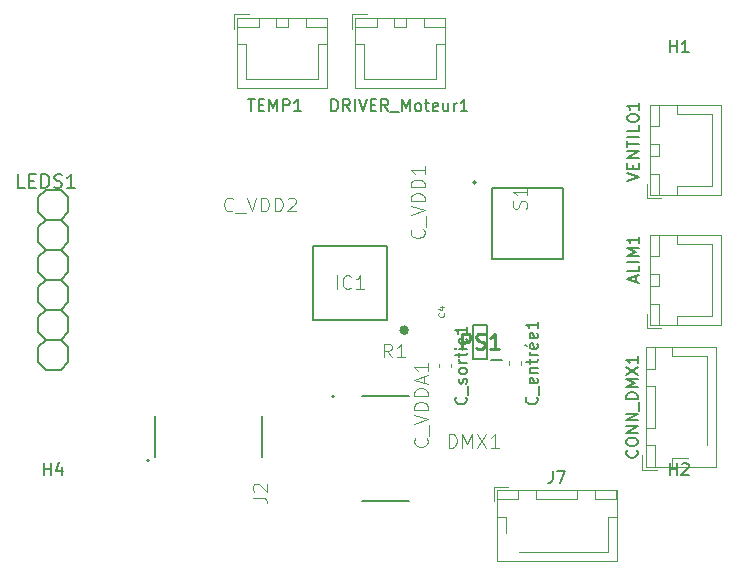
<source format=gbr>
%TF.GenerationSoftware,KiCad,Pcbnew,(6.0.7)*%
%TF.CreationDate,2023-02-14T14:27:57+01:00*%
%TF.ProjectId,WAFFLE,57414646-4c45-42e6-9b69-6361645f7063,rev?*%
%TF.SameCoordinates,Original*%
%TF.FileFunction,Legend,Top*%
%TF.FilePolarity,Positive*%
%FSLAX46Y46*%
G04 Gerber Fmt 4.6, Leading zero omitted, Abs format (unit mm)*
G04 Created by KiCad (PCBNEW (6.0.7)) date 2023-02-14 14:27:57*
%MOMM*%
%LPD*%
G01*
G04 APERTURE LIST*
%ADD10C,0.254000*%
%ADD11C,0.101600*%
%ADD12C,0.150000*%
%ADD13C,0.101734*%
%ADD14C,0.127000*%
%ADD15C,0.200000*%
%ADD16C,0.400000*%
%ADD17C,0.120000*%
%ADD18C,0.152400*%
G04 APERTURE END LIST*
D10*
%TO.C,PS1*%
X180457857Y-99574523D02*
X180457857Y-98304523D01*
X180941666Y-98304523D01*
X181062619Y-98365000D01*
X181123095Y-98425476D01*
X181183571Y-98546428D01*
X181183571Y-98727857D01*
X181123095Y-98848809D01*
X181062619Y-98909285D01*
X180941666Y-98969761D01*
X180457857Y-98969761D01*
X181667380Y-99514047D02*
X181848809Y-99574523D01*
X182151190Y-99574523D01*
X182272142Y-99514047D01*
X182332619Y-99453571D01*
X182393095Y-99332619D01*
X182393095Y-99211666D01*
X182332619Y-99090714D01*
X182272142Y-99030238D01*
X182151190Y-98969761D01*
X181909285Y-98909285D01*
X181788333Y-98848809D01*
X181727857Y-98788333D01*
X181667380Y-98667380D01*
X181667380Y-98546428D01*
X181727857Y-98425476D01*
X181788333Y-98365000D01*
X181909285Y-98304523D01*
X182211666Y-98304523D01*
X182393095Y-98365000D01*
X183602619Y-99574523D02*
X182876904Y-99574523D01*
X183239761Y-99574523D02*
X183239761Y-98304523D01*
X183118809Y-98485952D01*
X182997857Y-98606904D01*
X182876904Y-98667380D01*
D11*
%TO.C,IC1*%
X169859419Y-94528561D02*
X169859419Y-93360161D01*
X171083457Y-94417285D02*
X171027819Y-94472923D01*
X170860904Y-94528561D01*
X170749628Y-94528561D01*
X170582714Y-94472923D01*
X170471438Y-94361647D01*
X170415800Y-94250371D01*
X170360161Y-94027819D01*
X170360161Y-93860904D01*
X170415800Y-93638352D01*
X170471438Y-93527076D01*
X170582714Y-93415800D01*
X170749628Y-93360161D01*
X170860904Y-93360161D01*
X171027819Y-93415800D01*
X171083457Y-93471438D01*
X172196219Y-94528561D02*
X171528561Y-94528561D01*
X171862390Y-94528561D02*
X171862390Y-93360161D01*
X171751114Y-93527076D01*
X171639838Y-93638352D01*
X171528561Y-93693990D01*
D12*
%TO.C,J7*%
X188166666Y-109902380D02*
X188166666Y-110616666D01*
X188119047Y-110759523D01*
X188023809Y-110854761D01*
X187880952Y-110902380D01*
X187785714Y-110902380D01*
X188547619Y-109902380D02*
X189214285Y-109902380D01*
X188785714Y-110902380D01*
%TO.C,C_entr\u00E9e1*%
X186787142Y-103655952D02*
X186834761Y-103703571D01*
X186882380Y-103846428D01*
X186882380Y-103941666D01*
X186834761Y-104084523D01*
X186739523Y-104179761D01*
X186644285Y-104227380D01*
X186453809Y-104275000D01*
X186310952Y-104275000D01*
X186120476Y-104227380D01*
X186025238Y-104179761D01*
X185930000Y-104084523D01*
X185882380Y-103941666D01*
X185882380Y-103846428D01*
X185930000Y-103703571D01*
X185977619Y-103655952D01*
X186977619Y-103465476D02*
X186977619Y-102703571D01*
X186834761Y-102084523D02*
X186882380Y-102179761D01*
X186882380Y-102370238D01*
X186834761Y-102465476D01*
X186739523Y-102513095D01*
X186358571Y-102513095D01*
X186263333Y-102465476D01*
X186215714Y-102370238D01*
X186215714Y-102179761D01*
X186263333Y-102084523D01*
X186358571Y-102036904D01*
X186453809Y-102036904D01*
X186549047Y-102513095D01*
X186215714Y-101608333D02*
X186882380Y-101608333D01*
X186310952Y-101608333D02*
X186263333Y-101560714D01*
X186215714Y-101465476D01*
X186215714Y-101322619D01*
X186263333Y-101227380D01*
X186358571Y-101179761D01*
X186882380Y-101179761D01*
X186215714Y-100846428D02*
X186215714Y-100465476D01*
X185882380Y-100703571D02*
X186739523Y-100703571D01*
X186834761Y-100655952D01*
X186882380Y-100560714D01*
X186882380Y-100465476D01*
X186882380Y-100132142D02*
X186215714Y-100132142D01*
X186406190Y-100132142D02*
X186310952Y-100084523D01*
X186263333Y-100036904D01*
X186215714Y-99941666D01*
X186215714Y-99846428D01*
X186834761Y-99132142D02*
X186882380Y-99227380D01*
X186882380Y-99417857D01*
X186834761Y-99513095D01*
X186739523Y-99560714D01*
X186358571Y-99560714D01*
X186263333Y-99513095D01*
X186215714Y-99417857D01*
X186215714Y-99227380D01*
X186263333Y-99132142D01*
X186358571Y-99084523D01*
X186453809Y-99084523D01*
X186549047Y-99560714D01*
X185834761Y-99227380D02*
X185977619Y-99370238D01*
X186834761Y-98275000D02*
X186882380Y-98370238D01*
X186882380Y-98560714D01*
X186834761Y-98655952D01*
X186739523Y-98703571D01*
X186358571Y-98703571D01*
X186263333Y-98655952D01*
X186215714Y-98560714D01*
X186215714Y-98370238D01*
X186263333Y-98275000D01*
X186358571Y-98227380D01*
X186453809Y-98227380D01*
X186549047Y-98703571D01*
X186882380Y-97275000D02*
X186882380Y-97846428D01*
X186882380Y-97560714D02*
X185882380Y-97560714D01*
X186025238Y-97655952D01*
X186120476Y-97751190D01*
X186168095Y-97846428D01*
D13*
%TO.C,S1*%
X185888576Y-87711025D02*
X185944288Y-87543890D01*
X185944288Y-87265331D01*
X185888576Y-87153908D01*
X185832864Y-87098196D01*
X185721441Y-87042484D01*
X185610017Y-87042484D01*
X185498594Y-87098196D01*
X185442882Y-87153908D01*
X185387170Y-87265331D01*
X185331458Y-87488178D01*
X185275747Y-87599602D01*
X185220035Y-87655314D01*
X185108611Y-87711025D01*
X184997188Y-87711025D01*
X184885764Y-87655314D01*
X184830053Y-87599602D01*
X184774341Y-87488178D01*
X184774341Y-87209619D01*
X184830053Y-87042484D01*
X185944288Y-85928249D02*
X185944288Y-86596790D01*
X185944288Y-86262520D02*
X184774341Y-86262520D01*
X184941476Y-86373943D01*
X185052900Y-86485367D01*
X185108611Y-86596790D01*
D12*
%TO.C,H2*%
X198088095Y-110252380D02*
X198088095Y-109252380D01*
X198088095Y-109728571D02*
X198659523Y-109728571D01*
X198659523Y-110252380D02*
X198659523Y-109252380D01*
X199088095Y-109347619D02*
X199135714Y-109300000D01*
X199230952Y-109252380D01*
X199469047Y-109252380D01*
X199564285Y-109300000D01*
X199611904Y-109347619D01*
X199659523Y-109442857D01*
X199659523Y-109538095D01*
X199611904Y-109680952D01*
X199040476Y-110252380D01*
X199659523Y-110252380D01*
D11*
%TO.C,J2*%
X162775961Y-112171940D02*
X163610533Y-112171940D01*
X163777447Y-112227579D01*
X163888723Y-112338855D01*
X163944361Y-112505769D01*
X163944361Y-112617045D01*
X162887238Y-111671198D02*
X162831600Y-111615560D01*
X162775961Y-111504283D01*
X162775961Y-111226093D01*
X162831600Y-111114817D01*
X162887238Y-111059179D01*
X162998514Y-111003540D01*
X163109790Y-111003540D01*
X163276704Y-111059179D01*
X163944361Y-111726836D01*
X163944361Y-111003540D01*
D12*
%TO.C,H4*%
X145088095Y-110252380D02*
X145088095Y-109252380D01*
X145088095Y-109728571D02*
X145659523Y-109728571D01*
X145659523Y-110252380D02*
X145659523Y-109252380D01*
X146564285Y-109585714D02*
X146564285Y-110252380D01*
X146326190Y-109204761D02*
X146088095Y-109919047D01*
X146707142Y-109919047D01*
D14*
%TO.C,LEDS1*%
X143454307Y-85945571D02*
X142910021Y-85945571D01*
X142910021Y-84802571D01*
X143835307Y-85346857D02*
X144216307Y-85346857D01*
X144379592Y-85945571D02*
X143835307Y-85945571D01*
X143835307Y-84802571D01*
X144379592Y-84802571D01*
X144869450Y-85945571D02*
X144869450Y-84802571D01*
X145141592Y-84802571D01*
X145304878Y-84857000D01*
X145413735Y-84965857D01*
X145468164Y-85074714D01*
X145522592Y-85292428D01*
X145522592Y-85455714D01*
X145468164Y-85673428D01*
X145413735Y-85782285D01*
X145304878Y-85891142D01*
X145141592Y-85945571D01*
X144869450Y-85945571D01*
X145958021Y-85891142D02*
X146121307Y-85945571D01*
X146393450Y-85945571D01*
X146502307Y-85891142D01*
X146556735Y-85836714D01*
X146611164Y-85727857D01*
X146611164Y-85619000D01*
X146556735Y-85510142D01*
X146502307Y-85455714D01*
X146393450Y-85401285D01*
X146175735Y-85346857D01*
X146066878Y-85292428D01*
X146012450Y-85238000D01*
X145958021Y-85129142D01*
X145958021Y-85020285D01*
X146012450Y-84911428D01*
X146066878Y-84857000D01*
X146175735Y-84802571D01*
X146447878Y-84802571D01*
X146611164Y-84857000D01*
X147699735Y-85945571D02*
X147046592Y-85945571D01*
X147373164Y-85945571D02*
X147373164Y-84802571D01*
X147264307Y-84965857D01*
X147155450Y-85074714D01*
X147046592Y-85129142D01*
D12*
%TO.C,ALIM1*%
X195166666Y-93928571D02*
X195166666Y-93452380D01*
X195452380Y-94023809D02*
X194452380Y-93690476D01*
X195452380Y-93357142D01*
X195452380Y-92547619D02*
X195452380Y-93023809D01*
X194452380Y-93023809D01*
X195452380Y-92214285D02*
X194452380Y-92214285D01*
X195452380Y-91738095D02*
X194452380Y-91738095D01*
X195166666Y-91404761D01*
X194452380Y-91071428D01*
X195452380Y-91071428D01*
X195452380Y-90071428D02*
X195452380Y-90642857D01*
X195452380Y-90357142D02*
X194452380Y-90357142D01*
X194595238Y-90452380D01*
X194690476Y-90547619D01*
X194738095Y-90642857D01*
%TO.C,CONN_DMX1*%
X195282142Y-108166666D02*
X195329761Y-108214285D01*
X195377380Y-108357142D01*
X195377380Y-108452380D01*
X195329761Y-108595238D01*
X195234523Y-108690476D01*
X195139285Y-108738095D01*
X194948809Y-108785714D01*
X194805952Y-108785714D01*
X194615476Y-108738095D01*
X194520238Y-108690476D01*
X194425000Y-108595238D01*
X194377380Y-108452380D01*
X194377380Y-108357142D01*
X194425000Y-108214285D01*
X194472619Y-108166666D01*
X194377380Y-107547619D02*
X194377380Y-107357142D01*
X194425000Y-107261904D01*
X194520238Y-107166666D01*
X194710714Y-107119047D01*
X195044047Y-107119047D01*
X195234523Y-107166666D01*
X195329761Y-107261904D01*
X195377380Y-107357142D01*
X195377380Y-107547619D01*
X195329761Y-107642857D01*
X195234523Y-107738095D01*
X195044047Y-107785714D01*
X194710714Y-107785714D01*
X194520238Y-107738095D01*
X194425000Y-107642857D01*
X194377380Y-107547619D01*
X195377380Y-106690476D02*
X194377380Y-106690476D01*
X195377380Y-106119047D01*
X194377380Y-106119047D01*
X195377380Y-105642857D02*
X194377380Y-105642857D01*
X195377380Y-105071428D01*
X194377380Y-105071428D01*
X195472619Y-104833333D02*
X195472619Y-104071428D01*
X195377380Y-103833333D02*
X194377380Y-103833333D01*
X194377380Y-103595238D01*
X194425000Y-103452380D01*
X194520238Y-103357142D01*
X194615476Y-103309523D01*
X194805952Y-103261904D01*
X194948809Y-103261904D01*
X195139285Y-103309523D01*
X195234523Y-103357142D01*
X195329761Y-103452380D01*
X195377380Y-103595238D01*
X195377380Y-103833333D01*
X195377380Y-102833333D02*
X194377380Y-102833333D01*
X195091666Y-102500000D01*
X194377380Y-102166666D01*
X195377380Y-102166666D01*
X194377380Y-101785714D02*
X195377380Y-101119047D01*
X194377380Y-101119047D02*
X195377380Y-101785714D01*
X195377380Y-100214285D02*
X195377380Y-100785714D01*
X195377380Y-100500000D02*
X194377380Y-100500000D01*
X194520238Y-100595238D01*
X194615476Y-100690476D01*
X194663095Y-100785714D01*
%TO.C,TEMP1*%
X162364285Y-78452380D02*
X162935714Y-78452380D01*
X162650000Y-79452380D02*
X162650000Y-78452380D01*
X163269047Y-78928571D02*
X163602380Y-78928571D01*
X163745238Y-79452380D02*
X163269047Y-79452380D01*
X163269047Y-78452380D01*
X163745238Y-78452380D01*
X164173809Y-79452380D02*
X164173809Y-78452380D01*
X164507142Y-79166666D01*
X164840476Y-78452380D01*
X164840476Y-79452380D01*
X165316666Y-79452380D02*
X165316666Y-78452380D01*
X165697619Y-78452380D01*
X165792857Y-78500000D01*
X165840476Y-78547619D01*
X165888095Y-78642857D01*
X165888095Y-78785714D01*
X165840476Y-78880952D01*
X165792857Y-78928571D01*
X165697619Y-78976190D01*
X165316666Y-78976190D01*
X166840476Y-79452380D02*
X166269047Y-79452380D01*
X166554761Y-79452380D02*
X166554761Y-78452380D01*
X166459523Y-78595238D01*
X166364285Y-78690476D01*
X166269047Y-78738095D01*
D11*
%TO.C,C_VDD1*%
X177198085Y-89473112D02*
X177253723Y-89528750D01*
X177309361Y-89695664D01*
X177309361Y-89806940D01*
X177253723Y-89973855D01*
X177142447Y-90085131D01*
X177031171Y-90140769D01*
X176808619Y-90196407D01*
X176641704Y-90196407D01*
X176419152Y-90140769D01*
X176307876Y-90085131D01*
X176196600Y-89973855D01*
X176140961Y-89806940D01*
X176140961Y-89695664D01*
X176196600Y-89528750D01*
X176252238Y-89473112D01*
X177420638Y-89250560D02*
X177420638Y-88360350D01*
X176140961Y-88249074D02*
X177309361Y-87859607D01*
X176140961Y-87470140D01*
X177309361Y-87080674D02*
X176140961Y-87080674D01*
X176140961Y-86802483D01*
X176196600Y-86635569D01*
X176307876Y-86524293D01*
X176419152Y-86468655D01*
X176641704Y-86413017D01*
X176808619Y-86413017D01*
X177031171Y-86468655D01*
X177142447Y-86524293D01*
X177253723Y-86635569D01*
X177309361Y-86802483D01*
X177309361Y-87080674D01*
X177309361Y-85912274D02*
X176140961Y-85912274D01*
X176140961Y-85634083D01*
X176196600Y-85467169D01*
X176307876Y-85355893D01*
X176419152Y-85300255D01*
X176641704Y-85244617D01*
X176808619Y-85244617D01*
X177031171Y-85300255D01*
X177142447Y-85355893D01*
X177253723Y-85467169D01*
X177309361Y-85634083D01*
X177309361Y-85912274D01*
X177309361Y-84131855D02*
X177309361Y-84799512D01*
X177309361Y-84465683D02*
X176140961Y-84465683D01*
X176307876Y-84576960D01*
X176419152Y-84688236D01*
X176474790Y-84799512D01*
D12*
%TO.C,C_sortie1*%
X180787142Y-103666666D02*
X180834761Y-103714285D01*
X180882380Y-103857142D01*
X180882380Y-103952380D01*
X180834761Y-104095238D01*
X180739523Y-104190476D01*
X180644285Y-104238095D01*
X180453809Y-104285714D01*
X180310952Y-104285714D01*
X180120476Y-104238095D01*
X180025238Y-104190476D01*
X179930000Y-104095238D01*
X179882380Y-103952380D01*
X179882380Y-103857142D01*
X179930000Y-103714285D01*
X179977619Y-103666666D01*
X180977619Y-103476190D02*
X180977619Y-102714285D01*
X180834761Y-102523809D02*
X180882380Y-102428571D01*
X180882380Y-102238095D01*
X180834761Y-102142857D01*
X180739523Y-102095238D01*
X180691904Y-102095238D01*
X180596666Y-102142857D01*
X180549047Y-102238095D01*
X180549047Y-102380952D01*
X180501428Y-102476190D01*
X180406190Y-102523809D01*
X180358571Y-102523809D01*
X180263333Y-102476190D01*
X180215714Y-102380952D01*
X180215714Y-102238095D01*
X180263333Y-102142857D01*
X180882380Y-101523809D02*
X180834761Y-101619047D01*
X180787142Y-101666666D01*
X180691904Y-101714285D01*
X180406190Y-101714285D01*
X180310952Y-101666666D01*
X180263333Y-101619047D01*
X180215714Y-101523809D01*
X180215714Y-101380952D01*
X180263333Y-101285714D01*
X180310952Y-101238095D01*
X180406190Y-101190476D01*
X180691904Y-101190476D01*
X180787142Y-101238095D01*
X180834761Y-101285714D01*
X180882380Y-101380952D01*
X180882380Y-101523809D01*
X180882380Y-100761904D02*
X180215714Y-100761904D01*
X180406190Y-100761904D02*
X180310952Y-100714285D01*
X180263333Y-100666666D01*
X180215714Y-100571428D01*
X180215714Y-100476190D01*
X180215714Y-100285714D02*
X180215714Y-99904761D01*
X179882380Y-100142857D02*
X180739523Y-100142857D01*
X180834761Y-100095238D01*
X180882380Y-100000000D01*
X180882380Y-99904761D01*
X180882380Y-99571428D02*
X180215714Y-99571428D01*
X179882380Y-99571428D02*
X179930000Y-99619047D01*
X179977619Y-99571428D01*
X179930000Y-99523809D01*
X179882380Y-99571428D01*
X179977619Y-99571428D01*
X180834761Y-98714285D02*
X180882380Y-98809523D01*
X180882380Y-99000000D01*
X180834761Y-99095238D01*
X180739523Y-99142857D01*
X180358571Y-99142857D01*
X180263333Y-99095238D01*
X180215714Y-99000000D01*
X180215714Y-98809523D01*
X180263333Y-98714285D01*
X180358571Y-98666666D01*
X180453809Y-98666666D01*
X180549047Y-99142857D01*
X180882380Y-97714285D02*
X180882380Y-98285714D01*
X180882380Y-98000000D02*
X179882380Y-98000000D01*
X180025238Y-98095238D01*
X180120476Y-98190476D01*
X180168095Y-98285714D01*
D11*
%TO.C,DMX1*%
X179344230Y-107944361D02*
X179344230Y-106775961D01*
X179622420Y-106775961D01*
X179789335Y-106831600D01*
X179900611Y-106942876D01*
X179956249Y-107054152D01*
X180011887Y-107276704D01*
X180011887Y-107443619D01*
X179956249Y-107666171D01*
X179900611Y-107777447D01*
X179789335Y-107888723D01*
X179622420Y-107944361D01*
X179344230Y-107944361D01*
X180512630Y-107944361D02*
X180512630Y-106775961D01*
X180902097Y-107610533D01*
X181291563Y-106775961D01*
X181291563Y-107944361D01*
X181736668Y-106775961D02*
X182515601Y-107944361D01*
X182515601Y-106775961D02*
X181736668Y-107944361D01*
X183572725Y-107944361D02*
X182905068Y-107944361D01*
X183238897Y-107944361D02*
X183238897Y-106775961D01*
X183127620Y-106942876D01*
X183016344Y-107054152D01*
X182905068Y-107109790D01*
%TO.C,C_VDDA1*%
X177468085Y-107146335D02*
X177523723Y-107201973D01*
X177579361Y-107368887D01*
X177579361Y-107480163D01*
X177523723Y-107647078D01*
X177412447Y-107758354D01*
X177301171Y-107813992D01*
X177078619Y-107869630D01*
X176911704Y-107869630D01*
X176689152Y-107813992D01*
X176577876Y-107758354D01*
X176466600Y-107647078D01*
X176410961Y-107480163D01*
X176410961Y-107368887D01*
X176466600Y-107201973D01*
X176522238Y-107146335D01*
X177690638Y-106923782D02*
X177690638Y-106033573D01*
X176410961Y-105922297D02*
X177579361Y-105532830D01*
X176410961Y-105143363D01*
X177579361Y-104753897D02*
X176410961Y-104753897D01*
X176410961Y-104475706D01*
X176466600Y-104308792D01*
X176577876Y-104197516D01*
X176689152Y-104141878D01*
X176911704Y-104086240D01*
X177078619Y-104086240D01*
X177301171Y-104141878D01*
X177412447Y-104197516D01*
X177523723Y-104308792D01*
X177579361Y-104475706D01*
X177579361Y-104753897D01*
X177579361Y-103585497D02*
X176410961Y-103585497D01*
X176410961Y-103307306D01*
X176466600Y-103140392D01*
X176577876Y-103029116D01*
X176689152Y-102973478D01*
X176911704Y-102917840D01*
X177078619Y-102917840D01*
X177301171Y-102973478D01*
X177412447Y-103029116D01*
X177523723Y-103140392D01*
X177579361Y-103307306D01*
X177579361Y-103585497D01*
X177245533Y-102472735D02*
X177245533Y-101916354D01*
X177579361Y-102584011D02*
X176410961Y-102194544D01*
X177579361Y-101805078D01*
X177579361Y-100803592D02*
X177579361Y-101471249D01*
X177579361Y-101137420D02*
X176410961Y-101137420D01*
X176577876Y-101248697D01*
X176689152Y-101359973D01*
X176744790Y-101471249D01*
D12*
%TO.C,H1*%
X198088095Y-74452380D02*
X198088095Y-73452380D01*
X198088095Y-73928571D02*
X198659523Y-73928571D01*
X198659523Y-74452380D02*
X198659523Y-73452380D01*
X199659523Y-74452380D02*
X199088095Y-74452380D01*
X199373809Y-74452380D02*
X199373809Y-73452380D01*
X199278571Y-73595238D01*
X199183333Y-73690476D01*
X199088095Y-73738095D01*
%TO.C,DRIVER_Moteur1*%
X169411904Y-79452380D02*
X169411904Y-78452380D01*
X169650000Y-78452380D01*
X169792857Y-78500000D01*
X169888095Y-78595238D01*
X169935714Y-78690476D01*
X169983333Y-78880952D01*
X169983333Y-79023809D01*
X169935714Y-79214285D01*
X169888095Y-79309523D01*
X169792857Y-79404761D01*
X169650000Y-79452380D01*
X169411904Y-79452380D01*
X170983333Y-79452380D02*
X170650000Y-78976190D01*
X170411904Y-79452380D02*
X170411904Y-78452380D01*
X170792857Y-78452380D01*
X170888095Y-78500000D01*
X170935714Y-78547619D01*
X170983333Y-78642857D01*
X170983333Y-78785714D01*
X170935714Y-78880952D01*
X170888095Y-78928571D01*
X170792857Y-78976190D01*
X170411904Y-78976190D01*
X171411904Y-79452380D02*
X171411904Y-78452380D01*
X171745238Y-78452380D02*
X172078571Y-79452380D01*
X172411904Y-78452380D01*
X172745238Y-78928571D02*
X173078571Y-78928571D01*
X173221428Y-79452380D02*
X172745238Y-79452380D01*
X172745238Y-78452380D01*
X173221428Y-78452380D01*
X174221428Y-79452380D02*
X173888095Y-78976190D01*
X173650000Y-79452380D02*
X173650000Y-78452380D01*
X174030952Y-78452380D01*
X174126190Y-78500000D01*
X174173809Y-78547619D01*
X174221428Y-78642857D01*
X174221428Y-78785714D01*
X174173809Y-78880952D01*
X174126190Y-78928571D01*
X174030952Y-78976190D01*
X173650000Y-78976190D01*
X174411904Y-79547619D02*
X175173809Y-79547619D01*
X175411904Y-79452380D02*
X175411904Y-78452380D01*
X175745238Y-79166666D01*
X176078571Y-78452380D01*
X176078571Y-79452380D01*
X176697619Y-79452380D02*
X176602380Y-79404761D01*
X176554761Y-79357142D01*
X176507142Y-79261904D01*
X176507142Y-78976190D01*
X176554761Y-78880952D01*
X176602380Y-78833333D01*
X176697619Y-78785714D01*
X176840476Y-78785714D01*
X176935714Y-78833333D01*
X176983333Y-78880952D01*
X177030952Y-78976190D01*
X177030952Y-79261904D01*
X176983333Y-79357142D01*
X176935714Y-79404761D01*
X176840476Y-79452380D01*
X176697619Y-79452380D01*
X177316666Y-78785714D02*
X177697619Y-78785714D01*
X177459523Y-78452380D02*
X177459523Y-79309523D01*
X177507142Y-79404761D01*
X177602380Y-79452380D01*
X177697619Y-79452380D01*
X178411904Y-79404761D02*
X178316666Y-79452380D01*
X178126190Y-79452380D01*
X178030952Y-79404761D01*
X177983333Y-79309523D01*
X177983333Y-78928571D01*
X178030952Y-78833333D01*
X178126190Y-78785714D01*
X178316666Y-78785714D01*
X178411904Y-78833333D01*
X178459523Y-78928571D01*
X178459523Y-79023809D01*
X177983333Y-79119047D01*
X179316666Y-78785714D02*
X179316666Y-79452380D01*
X178888095Y-78785714D02*
X178888095Y-79309523D01*
X178935714Y-79404761D01*
X179030952Y-79452380D01*
X179173809Y-79452380D01*
X179269047Y-79404761D01*
X179316666Y-79357142D01*
X179792857Y-79452380D02*
X179792857Y-78785714D01*
X179792857Y-78976190D02*
X179840476Y-78880952D01*
X179888095Y-78833333D01*
X179983333Y-78785714D01*
X180078571Y-78785714D01*
X180935714Y-79452380D02*
X180364285Y-79452380D01*
X180650000Y-79452380D02*
X180650000Y-78452380D01*
X180554761Y-78595238D01*
X180459523Y-78690476D01*
X180364285Y-78738095D01*
D11*
%TO.C,C4*%
X178928571Y-96544611D02*
X178952380Y-96570801D01*
X178976190Y-96649373D01*
X178976190Y-96701754D01*
X178952380Y-96780325D01*
X178904761Y-96832706D01*
X178857142Y-96858897D01*
X178761904Y-96885087D01*
X178690476Y-96885087D01*
X178595238Y-96858897D01*
X178547619Y-96832706D01*
X178500000Y-96780325D01*
X178476190Y-96701754D01*
X178476190Y-96649373D01*
X178500000Y-96570801D01*
X178523809Y-96544611D01*
X178642857Y-96073182D02*
X178976190Y-96073182D01*
X178452380Y-96204135D02*
X178809523Y-96335087D01*
X178809523Y-95994611D01*
%TO.C,R1*%
X174526887Y-100309361D02*
X174137420Y-99752980D01*
X173859230Y-100309361D02*
X173859230Y-99140961D01*
X174304335Y-99140961D01*
X174415611Y-99196600D01*
X174471249Y-99252238D01*
X174526887Y-99363514D01*
X174526887Y-99530428D01*
X174471249Y-99641704D01*
X174415611Y-99697342D01*
X174304335Y-99752980D01*
X173859230Y-99752980D01*
X175639649Y-100309361D02*
X174971992Y-100309361D01*
X175305820Y-100309361D02*
X175305820Y-99140961D01*
X175194544Y-99307876D01*
X175083268Y-99419152D01*
X174971992Y-99474790D01*
D12*
%TO.C,VENTILO1*%
X194452380Y-85333333D02*
X195452380Y-85000000D01*
X194452380Y-84666666D01*
X194928571Y-84333333D02*
X194928571Y-84000000D01*
X195452380Y-83857142D02*
X195452380Y-84333333D01*
X194452380Y-84333333D01*
X194452380Y-83857142D01*
X195452380Y-83428571D02*
X194452380Y-83428571D01*
X195452380Y-82857142D01*
X194452380Y-82857142D01*
X194452380Y-82523809D02*
X194452380Y-81952380D01*
X195452380Y-82238095D02*
X194452380Y-82238095D01*
X195452380Y-81619047D02*
X194452380Y-81619047D01*
X195452380Y-80666666D02*
X195452380Y-81142857D01*
X194452380Y-81142857D01*
X194452380Y-80142857D02*
X194452380Y-79952380D01*
X194500000Y-79857142D01*
X194595238Y-79761904D01*
X194785714Y-79714285D01*
X195119047Y-79714285D01*
X195309523Y-79761904D01*
X195404761Y-79857142D01*
X195452380Y-79952380D01*
X195452380Y-80142857D01*
X195404761Y-80238095D01*
X195309523Y-80333333D01*
X195119047Y-80380952D01*
X194785714Y-80380952D01*
X194595238Y-80333333D01*
X194500000Y-80238095D01*
X194452380Y-80142857D01*
X195452380Y-78761904D02*
X195452380Y-79333333D01*
X195452380Y-79047619D02*
X194452380Y-79047619D01*
X194595238Y-79142857D01*
X194690476Y-79238095D01*
X194738095Y-79333333D01*
D11*
%TO.C,C_VDD2*%
X161060150Y-87833085D02*
X161004512Y-87888723D01*
X160837598Y-87944361D01*
X160726321Y-87944361D01*
X160559407Y-87888723D01*
X160448131Y-87777447D01*
X160392493Y-87666171D01*
X160336855Y-87443619D01*
X160336855Y-87276704D01*
X160392493Y-87054152D01*
X160448131Y-86942876D01*
X160559407Y-86831600D01*
X160726321Y-86775961D01*
X160837598Y-86775961D01*
X161004512Y-86831600D01*
X161060150Y-86887238D01*
X161282702Y-88055638D02*
X162172912Y-88055638D01*
X162284188Y-86775961D02*
X162673655Y-87944361D01*
X163063121Y-86775961D01*
X163452588Y-87944361D02*
X163452588Y-86775961D01*
X163730779Y-86775961D01*
X163897693Y-86831600D01*
X164008969Y-86942876D01*
X164064607Y-87054152D01*
X164120245Y-87276704D01*
X164120245Y-87443619D01*
X164064607Y-87666171D01*
X164008969Y-87777447D01*
X163897693Y-87888723D01*
X163730779Y-87944361D01*
X163452588Y-87944361D01*
X164620988Y-87944361D02*
X164620988Y-86775961D01*
X164899179Y-86775961D01*
X165066093Y-86831600D01*
X165177369Y-86942876D01*
X165233007Y-87054152D01*
X165288645Y-87276704D01*
X165288645Y-87443619D01*
X165233007Y-87666171D01*
X165177369Y-87777447D01*
X165066093Y-87888723D01*
X164899179Y-87944361D01*
X164620988Y-87944361D01*
X165733750Y-86887238D02*
X165789388Y-86831600D01*
X165900664Y-86775961D01*
X166178855Y-86775961D01*
X166290131Y-86831600D01*
X166345769Y-86887238D01*
X166401407Y-86998514D01*
X166401407Y-87109790D01*
X166345769Y-87276704D01*
X165678112Y-87944361D01*
X166401407Y-87944361D01*
D15*
%TO.C,PS1*%
X182600000Y-97550000D02*
X182600000Y-100450000D01*
X183850000Y-100500000D02*
X182950000Y-100500000D01*
X182600000Y-100450000D02*
X181400000Y-100450000D01*
X181400000Y-100450000D02*
X181400000Y-97550000D01*
X181400000Y-97550000D02*
X182600000Y-97550000D01*
%TO.C,IC1*%
X167850000Y-90850000D02*
X174150000Y-90850000D01*
X174150000Y-90850000D02*
X174150000Y-97150000D01*
X174150000Y-97150000D02*
X167850000Y-97150000D01*
X167850000Y-97150000D02*
X167850000Y-90850000D01*
D16*
X175775000Y-98000000D02*
G75*
G03*
X175775000Y-98000000I-200000J0D01*
G01*
D17*
%TO.C,J7*%
X192800000Y-116750000D02*
X188500000Y-116750000D01*
X183150000Y-111250000D02*
X183150000Y-112500000D01*
X183450000Y-112300000D02*
X185250000Y-112300000D01*
X185250000Y-112300000D02*
X185250000Y-111550000D01*
X188500000Y-116750000D02*
X185260000Y-116750000D01*
X193560000Y-117510000D02*
X193560000Y-111540000D01*
X183450000Y-113800000D02*
X184200000Y-113800000D01*
X183450000Y-111550000D02*
X183450000Y-112300000D01*
X191750000Y-111550000D02*
X191750000Y-112300000D01*
X184400000Y-111250000D02*
X183150000Y-111250000D01*
X185250000Y-111550000D02*
X183450000Y-111550000D01*
X190250000Y-112300000D02*
X190250000Y-111550000D01*
X183440000Y-111540000D02*
X183440000Y-117510000D01*
X193550000Y-111550000D02*
X191750000Y-111550000D01*
X186750000Y-112300000D02*
X190250000Y-112300000D01*
X190250000Y-111550000D02*
X186750000Y-111550000D01*
X193550000Y-112300000D02*
X193550000Y-111550000D01*
X183440000Y-117510000D02*
X193560000Y-117510000D01*
X186750000Y-111550000D02*
X186750000Y-112300000D01*
X191750000Y-112300000D02*
X193550000Y-112300000D01*
X193560000Y-111540000D02*
X183440000Y-111540000D01*
X184200000Y-113800000D02*
X184200000Y-115140000D01*
X192800000Y-113800000D02*
X192800000Y-116750000D01*
X193550000Y-113800000D02*
X192800000Y-113800000D01*
%TO.C,C_entr\u00E9e1*%
X185510000Y-100634420D02*
X185510000Y-100915580D01*
X184490000Y-100634420D02*
X184490000Y-100915580D01*
D14*
%TO.C,S1*%
X189000000Y-92000000D02*
X183000000Y-92000000D01*
X183000000Y-86000000D02*
X189000000Y-86000000D01*
X183000000Y-92000000D02*
X183000000Y-86000000D01*
X189000000Y-86000000D02*
X189000000Y-92000000D01*
D15*
X181630000Y-85500000D02*
G75*
G03*
X181630000Y-85500000I-130000J0D01*
G01*
%TO.C,J2*%
X163530000Y-105285000D02*
X163530000Y-108715000D01*
X154470000Y-108715000D02*
X154470000Y-108715000D01*
X163530000Y-108715000D02*
X163530000Y-108715000D01*
X163530000Y-105285000D02*
X163530000Y-105285000D01*
X154470000Y-105285000D02*
X154470000Y-105285000D01*
X154470000Y-108715000D02*
X154470000Y-105285000D01*
X154005000Y-109035000D02*
G75*
G03*
X154005000Y-109035000I-100000J0D01*
G01*
D18*
%TO.C,LEDS1*%
X145215000Y-98810000D02*
X144580000Y-98175000D01*
X146485000Y-96270000D02*
X147120000Y-96905000D01*
X147120000Y-99445000D02*
X147120000Y-100715000D01*
X144580000Y-91825000D02*
X145215000Y-91190000D01*
X147120000Y-100715000D02*
X146485000Y-101350000D01*
X145215000Y-93730000D02*
X144580000Y-93095000D01*
X147120000Y-94365000D02*
X147120000Y-95635000D01*
X144580000Y-89285000D02*
X145215000Y-88650000D01*
X147120000Y-94365000D02*
X146485000Y-93730000D01*
X146485000Y-98810000D02*
X145215000Y-98810000D01*
X147120000Y-96905000D02*
X147120000Y-98175000D01*
X145215000Y-96270000D02*
X144580000Y-95635000D01*
X147120000Y-91825000D02*
X147120000Y-93095000D01*
X144580000Y-93095000D02*
X144580000Y-91825000D01*
X147120000Y-89285000D02*
X147120000Y-90555000D01*
X146485000Y-91190000D02*
X145215000Y-91190000D01*
X147120000Y-86745000D02*
X147120000Y-88015000D01*
X146485000Y-101350000D02*
X145215000Y-101350000D01*
X145215000Y-86110000D02*
X144580000Y-86745000D01*
X146485000Y-91190000D02*
X147120000Y-91825000D01*
X147120000Y-90555000D02*
X146485000Y-91190000D01*
X144580000Y-96905000D02*
X145215000Y-96270000D01*
X144580000Y-90555000D02*
X144580000Y-89285000D01*
X144580000Y-100715000D02*
X144580000Y-99445000D01*
X146485000Y-88650000D02*
X145215000Y-88650000D01*
X145215000Y-101350000D02*
X144580000Y-100715000D01*
X144580000Y-95635000D02*
X144580000Y-94365000D01*
X147120000Y-86745000D02*
X146485000Y-86110000D01*
X145215000Y-98810000D02*
X144580000Y-99445000D01*
X146485000Y-86110000D02*
X145215000Y-86110000D01*
X147120000Y-99445000D02*
X146485000Y-98810000D01*
X145215000Y-91190000D02*
X144580000Y-90555000D01*
X147120000Y-88015000D02*
X146485000Y-88650000D01*
X144580000Y-98175000D02*
X144580000Y-96905000D01*
X144580000Y-88015000D02*
X144580000Y-86745000D01*
X146485000Y-88650000D02*
X147120000Y-89285000D01*
X147120000Y-98175000D02*
X146485000Y-98810000D01*
X147120000Y-95635000D02*
X146485000Y-96270000D01*
X146485000Y-93730000D02*
X145215000Y-93730000D01*
X147120000Y-93095000D02*
X146485000Y-93730000D01*
X145215000Y-93730000D02*
X144580000Y-94365000D01*
X145215000Y-88650000D02*
X144580000Y-88015000D01*
X146485000Y-96270000D02*
X145215000Y-96270000D01*
D17*
%TO.C,ALIM1*%
X196400000Y-93250000D02*
X196400000Y-94250000D01*
X196100000Y-96600000D02*
X196100000Y-97850000D01*
X198650000Y-90700000D02*
X201600000Y-90700000D01*
X202360000Y-89940000D02*
X196390000Y-89940000D01*
X198650000Y-96800000D02*
X201600000Y-96800000D01*
X197150000Y-93250000D02*
X196400000Y-93250000D01*
X201600000Y-96800000D02*
X201600000Y-93750000D01*
X196400000Y-95750000D02*
X196400000Y-97550000D01*
X198650000Y-97550000D02*
X198650000Y-96800000D01*
X197150000Y-94250000D02*
X197150000Y-93250000D01*
X196100000Y-97850000D02*
X197350000Y-97850000D01*
X197150000Y-97550000D02*
X197150000Y-95750000D01*
X202360000Y-97560000D02*
X202360000Y-89940000D01*
X196390000Y-97560000D02*
X202360000Y-97560000D01*
X197150000Y-89950000D02*
X196400000Y-89950000D01*
X197150000Y-95750000D02*
X196400000Y-95750000D01*
X196390000Y-89940000D02*
X196390000Y-97560000D01*
X196400000Y-97550000D02*
X197150000Y-97550000D01*
X196400000Y-91750000D02*
X197150000Y-91750000D01*
X196400000Y-94250000D02*
X197150000Y-94250000D01*
X196400000Y-89950000D02*
X196400000Y-91750000D01*
X201600000Y-90700000D02*
X201600000Y-93750000D01*
X198650000Y-89950000D02*
X198650000Y-90700000D01*
X197150000Y-91750000D02*
X197150000Y-89950000D01*
%TO.C,CONN_DMX1*%
X201985000Y-99440000D02*
X196015000Y-99440000D01*
X196025000Y-99450000D02*
X196025000Y-101250000D01*
X196775000Y-101250000D02*
X196775000Y-99450000D01*
X196015000Y-109560000D02*
X201985000Y-109560000D01*
X198275000Y-99450000D02*
X198275000Y-100200000D01*
X198275000Y-109550000D02*
X198275000Y-108800000D01*
X198275000Y-100200000D02*
X201225000Y-100200000D01*
X196775000Y-107750000D02*
X196025000Y-107750000D01*
X196025000Y-106250000D02*
X196775000Y-106250000D01*
X196775000Y-109550000D02*
X196775000Y-107750000D01*
X198275000Y-108800000D02*
X199615000Y-108800000D01*
X196025000Y-109550000D02*
X196775000Y-109550000D01*
X196025000Y-101250000D02*
X196775000Y-101250000D01*
X196025000Y-102750000D02*
X196025000Y-106250000D01*
X201225000Y-104500000D02*
X201225000Y-107740000D01*
X201225000Y-100200000D02*
X201225000Y-104500000D01*
X195725000Y-109850000D02*
X196975000Y-109850000D01*
X196775000Y-99450000D02*
X196025000Y-99450000D01*
X196025000Y-107750000D02*
X196025000Y-109550000D01*
X196775000Y-106250000D02*
X196775000Y-102750000D01*
X196015000Y-99440000D02*
X196015000Y-109560000D01*
X196775000Y-102750000D02*
X196025000Y-102750000D01*
X201985000Y-109560000D02*
X201985000Y-99440000D01*
X195725000Y-108600000D02*
X195725000Y-109850000D01*
%TO.C,TEMP1*%
X165750000Y-71550000D02*
X164750000Y-71550000D01*
X164750000Y-71550000D02*
X164750000Y-72300000D01*
X169050000Y-73800000D02*
X168300000Y-73800000D01*
X165750000Y-72300000D02*
X165750000Y-71550000D01*
X161440000Y-71540000D02*
X161440000Y-77510000D01*
X163250000Y-71550000D02*
X161450000Y-71550000D01*
X169060000Y-71540000D02*
X161440000Y-71540000D01*
X168300000Y-76750000D02*
X165250000Y-76750000D01*
X167250000Y-72300000D02*
X169050000Y-72300000D01*
X168300000Y-73800000D02*
X168300000Y-76750000D01*
X161440000Y-77510000D02*
X169060000Y-77510000D01*
X163250000Y-72300000D02*
X163250000Y-71550000D01*
X169060000Y-77510000D02*
X169060000Y-71540000D01*
X167250000Y-71550000D02*
X167250000Y-72300000D01*
X161150000Y-71250000D02*
X161150000Y-72500000D01*
X161450000Y-72300000D02*
X163250000Y-72300000D01*
X169050000Y-71550000D02*
X167250000Y-71550000D01*
X161450000Y-73800000D02*
X162200000Y-73800000D01*
X169050000Y-72300000D02*
X169050000Y-71550000D01*
X161450000Y-71550000D02*
X161450000Y-72300000D01*
X162200000Y-76750000D02*
X165250000Y-76750000D01*
X164750000Y-72300000D02*
X165750000Y-72300000D01*
X162200000Y-73800000D02*
X162200000Y-76750000D01*
X162400000Y-71250000D02*
X161150000Y-71250000D01*
%TO.C,C_sortie1*%
X179510000Y-100859420D02*
X179510000Y-101140580D01*
X178490000Y-100859420D02*
X178490000Y-101140580D01*
D14*
%TO.C,DMX1*%
X172000000Y-112425000D02*
X176000000Y-112425000D01*
X172000000Y-103575000D02*
X176000000Y-103575000D01*
D15*
X169655000Y-103600000D02*
G75*
G03*
X169655000Y-103600000I-100000J0D01*
G01*
D17*
%TO.C,DRIVER_Moteur1*%
X175750000Y-72300000D02*
X175750000Y-71550000D01*
X171450000Y-72300000D02*
X173250000Y-72300000D01*
X173250000Y-72300000D02*
X173250000Y-71550000D01*
X172400000Y-71250000D02*
X171150000Y-71250000D01*
X179050000Y-71550000D02*
X177250000Y-71550000D01*
X171450000Y-73800000D02*
X172200000Y-73800000D01*
X171440000Y-71540000D02*
X171440000Y-77510000D01*
X178300000Y-76750000D02*
X175250000Y-76750000D01*
X172200000Y-73800000D02*
X172200000Y-76750000D01*
X172200000Y-76750000D02*
X175250000Y-76750000D01*
X171150000Y-71250000D02*
X171150000Y-72500000D01*
X175750000Y-71550000D02*
X174750000Y-71550000D01*
X178300000Y-73800000D02*
X178300000Y-76750000D01*
X179060000Y-77510000D02*
X179060000Y-71540000D01*
X179050000Y-72300000D02*
X179050000Y-71550000D01*
X173250000Y-71550000D02*
X171450000Y-71550000D01*
X171440000Y-77510000D02*
X179060000Y-77510000D01*
X171450000Y-71550000D02*
X171450000Y-72300000D01*
X179060000Y-71540000D02*
X171440000Y-71540000D01*
X179050000Y-73800000D02*
X178300000Y-73800000D01*
X174750000Y-72300000D02*
X175750000Y-72300000D01*
X174750000Y-71550000D02*
X174750000Y-72300000D01*
X177250000Y-71550000D02*
X177250000Y-72300000D01*
X177250000Y-72300000D02*
X179050000Y-72300000D01*
%TO.C,VENTILO1*%
X196390000Y-78940000D02*
X196390000Y-86560000D01*
X198650000Y-78950000D02*
X198650000Y-79700000D01*
X201600000Y-79700000D02*
X201600000Y-82750000D01*
X198650000Y-79700000D02*
X201600000Y-79700000D01*
X197150000Y-80750000D02*
X197150000Y-78950000D01*
X196400000Y-82250000D02*
X196400000Y-83250000D01*
X196100000Y-86850000D02*
X197350000Y-86850000D01*
X197150000Y-86550000D02*
X197150000Y-84750000D01*
X196400000Y-84750000D02*
X196400000Y-86550000D01*
X197150000Y-78950000D02*
X196400000Y-78950000D01*
X198650000Y-85800000D02*
X201600000Y-85800000D01*
X197150000Y-82250000D02*
X196400000Y-82250000D01*
X202360000Y-86560000D02*
X202360000Y-78940000D01*
X198650000Y-86550000D02*
X198650000Y-85800000D01*
X196390000Y-86560000D02*
X202360000Y-86560000D01*
X196400000Y-78950000D02*
X196400000Y-80750000D01*
X197150000Y-83250000D02*
X197150000Y-82250000D01*
X196100000Y-85600000D02*
X196100000Y-86850000D01*
X196400000Y-83250000D02*
X197150000Y-83250000D01*
X196400000Y-80750000D02*
X197150000Y-80750000D01*
X196400000Y-86550000D02*
X197150000Y-86550000D01*
X202360000Y-78940000D02*
X196390000Y-78940000D01*
X201600000Y-85800000D02*
X201600000Y-82750000D01*
X197150000Y-84750000D02*
X196400000Y-84750000D01*
%TD*%
M02*

</source>
